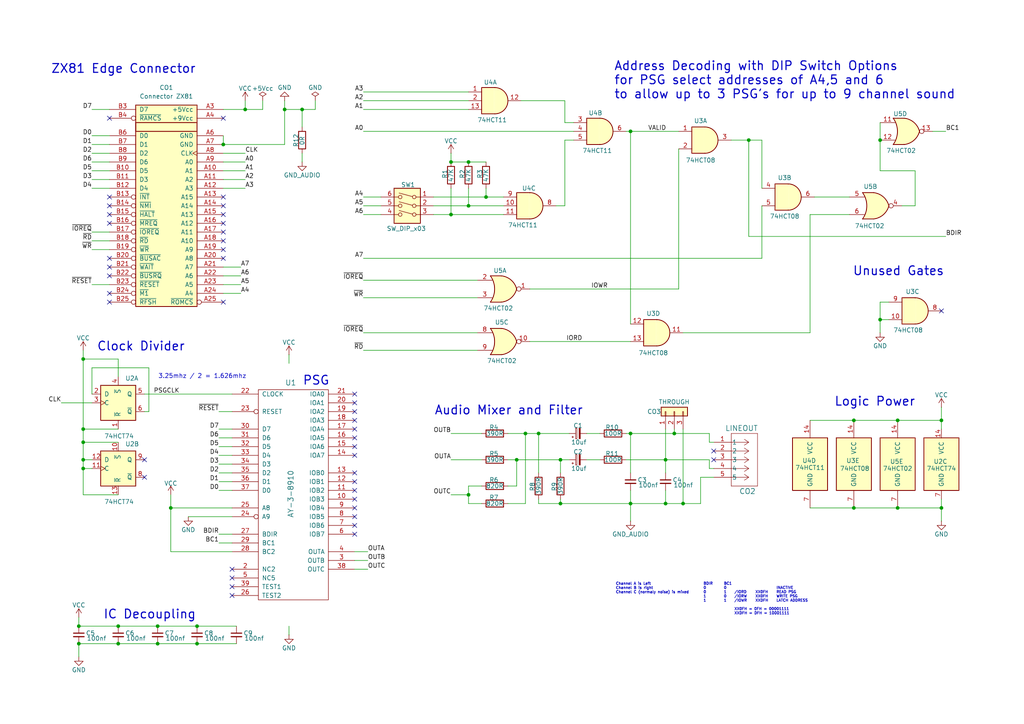
<source format=kicad_sch>
(kicad_sch (version 20250114) (generator "eeschema") (generator_version "9.0")
  (paper "A4")
  (title_block (title "JONZON-X-81") (date "2025-08-01") (rev "1.1"))
  (text "Address Decoding with DIP Switch Options \nfor PSG select addresses of A4,5 and 6 \nto allow up to 3 PSG's for up to 9 channel sound" (at 178.054 23.368 0) (effects (font (size 2.54 2.54) (thickness 0.3175)) (justify left)))
  (text "ZX81 Edge Connector" (at 35.814 20.066 0) (effects (font (size 2.54 2.54) (thickness 0.3175))))
  (text "PSG" (at 91.694 110.49 0) (effects (font (size 2.54 2.54) (thickness 0.3175))))
  (text "IC Decoupling" (at 43.434 178.308 0) (effects (font (size 2.54 2.54) (thickness 0.3175))))
  (text "Clock Divider" (at 40.894 100.584 0) (effects (font (size 2.54 2.54) (thickness 0.3175))))
  (text "Logic Power" (at 253.746 116.586 0) (effects (font (size 2.54 2.54) (thickness 0.3175))))
  (text "Unused Gates" (at 260.604 78.74 0) (effects (font (size 2.54 2.54) (thickness 0.3175))))
  (text "BDIR	BC1\n0		0					INACTIVE\n0		1	/IORD	XX0FH	READ PSG\n1		0	/IORW	XX0FH	WRITE PSG\n1		1	/IOWR	XXDFH	LATCH ADDRESS\n\n			XX0FH = 0FH = 00001111\n			XXDFH = DFH = 10001111" (at 203.962 173.736 0) (effects (font (size 0.762 0.762)) (justify left)))
  (text "Channel A is Left\nChannel B is right\nChannel C (normaly noise) is mixed" (at 178.562 170.688 0) (effects (font (size 0.762 0.762)) (justify left)))
  (text "Audio Mixer and Filter" (at 147.574 119.126 0) (effects (font (size 2.54 2.54) (thickness 0.3175))))
  (text "3.25mhz / 2 = 1.626mhz" (at 58.674 109.22 0) (effects (font (size 1.27 1.27))))
  (junction (at 273.05 147.32))
  (junction (at 140.97 57.15))
  (junction (at 24.13 104.14))
  (junction (at 87.63 31.75))
  (junction (at 260.35 121.92))
  (junction (at 64.77 41.91))
  (junction (at 217.17 40.64))
  (junction (at 193.04 133.35))
  (junction (at 45.72 186.69))
  (junction (at 130.81 46.99))
  (junction (at 260.35 147.32))
  (junction (at 195.58 125.73))
  (junction (at 24.13 124.46))
  (junction (at 71.12 31.75))
  (junction (at 57.15 181.61))
  (junction (at 45.72 181.61))
  (junction (at 149.86 133.35))
  (junction (at 82.55 31.75))
  (junction (at 24.13 133.35))
  (junction (at 135.89 59.69))
  (junction (at 193.04 146.05))
  (junction (at 130.81 62.23))
  (junction (at 182.88 146.05))
  (junction (at 255.27 40.64))
  (junction (at 273.05 121.92))
  (junction (at 182.88 125.73))
  (junction (at 156.21 125.73))
  (junction (at 152.4 125.73))
  (junction (at 57.15 186.69))
  (junction (at 162.56 146.05))
  (junction (at 34.29 181.61))
  (junction (at 247.65 121.92))
  (junction (at 24.13 128.27))
  (junction (at 34.29 186.69))
  (junction (at 255.27 92.71))
  (junction (at 198.12 146.05))
  (junction (at 135.89 143.51))
  (junction (at 162.56 133.35))
  (junction (at 182.88 38.1))
  (junction (at 135.89 46.99))
  (junction (at 247.65 147.32))
  (junction (at 49.53 147.32))
  (junction (at 24.13 135.89))
  (junction (at 22.86 181.61))
  (junction (at 22.86 186.69))
  (no_connect (at 64.77 67.31))
  (no_connect (at 64.77 57.15))
  (no_connect (at 67.31 170.18))
  (no_connect (at 64.77 74.93))
  (no_connect (at 41.91 138.43))
  (no_connect (at 102.87 139.7))
  (no_connect (at 102.87 152.4))
  (no_connect (at 207.01 130.81))
  (no_connect (at 31.75 87.63))
  (no_connect (at 64.77 64.77))
  (no_connect (at 31.75 62.23))
  (no_connect (at 31.75 64.77))
  (no_connect (at 64.77 62.23))
  (no_connect (at 67.31 172.72))
  (no_connect (at 102.87 142.24))
  (no_connect (at 64.77 34.29))
  (no_connect (at 102.87 119.38))
  (no_connect (at 64.77 59.69))
  (no_connect (at 102.87 124.46))
  (no_connect (at 102.87 129.54))
  (no_connect (at 102.87 127))
  (no_connect (at 31.75 85.09))
  (no_connect (at 31.75 80.01))
  (no_connect (at 102.87 121.92))
  (no_connect (at 102.87 149.86))
  (no_connect (at 207.01 133.35))
  (no_connect (at 64.77 72.39))
  (no_connect (at 31.75 77.47))
  (no_connect (at 67.31 165.1))
  (no_connect (at 31.75 34.29))
  (no_connect (at 31.75 57.15))
  (no_connect (at 102.87 137.16))
  (no_connect (at 102.87 144.78))
  (no_connect (at 41.91 133.35))
  (no_connect (at 102.87 154.94))
  (no_connect (at 102.87 132.08))
  (no_connect (at 102.87 116.84))
  (no_connect (at 67.31 167.64))
  (no_connect (at 64.77 69.85))
  (no_connect (at 64.77 87.63))
  (no_connect (at 102.87 147.32))
  (no_connect (at 273.05 90.17))
  (no_connect (at 31.75 74.93))
  (no_connect (at 102.87 114.3))
  (no_connect (at 31.75 59.69))
  (wire (pts (xy 247.65 147.32) (xy 234.95 147.32)))
  (wire (pts (xy 64.77 39.37) (xy 64.77 41.91)))
  (wire (pts (xy 64.77 31.75) (xy 71.12 31.75)))
  (wire (pts (xy 193.04 142.24) (xy 193.04 146.05)))
  (wire (pts (xy 54.61 149.86) (xy 67.31 149.86)))
  (wire (pts (xy 69.85 82.55) (xy 64.77 82.55)))
  (wire (pts (xy 130.81 46.99) (xy 135.89 46.99)))
  (wire (pts (xy 147.32 125.73) (xy 152.4 125.73)))
  (wire (pts (xy 22.86 181.61) (xy 34.29 181.61)))
  (wire (pts (xy 163.83 35.56) (xy 166.37 35.56)))
  (wire (pts (xy 26.67 67.31) (xy 31.75 67.31)))
  (wire (pts (xy 26.67 133.35) (xy 24.13 133.35)))
  (wire (pts (xy 203.2 138.43) (xy 207.01 138.43)))
  (wire (pts (xy 149.86 140.97) (xy 149.86 133.35)))
  (wire (pts (xy 147.32 140.97) (xy 149.86 140.97)))
  (wire (pts (xy 152.4 125.73) (xy 156.21 125.73)))
  (wire (pts (xy 34.29 186.69) (xy 45.72 186.69)))
  (wire (pts (xy 193.04 133.35) (xy 193.04 137.16)))
  (wire (pts (xy 135.89 46.99) (xy 140.97 46.99)))
  (wire (pts (xy 110.49 59.69) (xy 105.41 59.69)))
  (wire (pts (xy 91.44 29.21) (xy 91.44 31.75)))
  (wire (pts (xy 217.17 68.58) (xy 217.17 40.64)))
  (wire (pts (xy 63.5 142.24) (xy 67.31 142.24)))
  (wire (pts (xy 83.82 181.61) (xy 83.82 184.15)))
  (wire (pts (xy 106.68 165.1) (xy 102.87 165.1)))
  (wire (pts (xy 63.5 124.46) (xy 67.31 124.46)))
  (wire (pts (xy 26.67 135.89) (xy 24.13 135.89)))
  (wire (pts (xy 182.88 38.1) (xy 181.61 38.1)))
  (wire (pts (xy 130.81 133.35) (xy 139.7 133.35)))
  (wire (pts (xy 162.56 133.35) (xy 165.1 133.35)))
  (wire (pts (xy 45.72 186.69) (xy 57.15 186.69)))
  (wire (pts (xy 105.41 38.1) (xy 166.37 38.1)))
  (wire (pts (xy 257.81 87.63) (xy 255.27 87.63)))
  (wire (pts (xy 24.13 104.14) (xy 24.13 124.46)))
  (wire (pts (xy 106.68 160.02) (xy 102.87 160.02)))
  (wire (pts (xy 41.91 114.3) (xy 67.31 114.3)))
  (wire (pts (xy 182.88 125.73) (xy 195.58 125.73)))
  (wire (pts (xy 45.72 181.61) (xy 57.15 181.61)))
  (wire (pts (xy 195.58 124.46) (xy 195.58 125.73)))
  (wire (pts (xy 274.32 68.58) (xy 217.17 68.58)))
  (wire (pts (xy 265.43 49.53) (xy 265.43 59.69)))
  (wire (pts (xy 24.13 143.51) (xy 24.13 135.89)))
  (wire (pts (xy 162.56 137.16) (xy 162.56 133.35)))
  (wire (pts (xy 182.88 38.1) (xy 196.85 38.1)))
  (wire (pts (xy 22.86 186.69) (xy 22.86 190.5)))
  (wire (pts (xy 63.5 139.7) (xy 67.31 139.7)))
  (wire (pts (xy 203.2 146.05) (xy 198.12 146.05)))
  (wire (pts (xy 34.29 143.51) (xy 24.13 143.51)))
  (wire (pts (xy 205.74 125.73) (xy 205.74 128.27)))
  (wire (pts (xy 64.77 41.91) (xy 82.55 41.91)))
  (wire (pts (xy 34.29 181.61) (xy 45.72 181.61)))
  (wire (pts (xy 198.12 96.52) (xy 234.95 96.52)))
  (wire (pts (xy 130.81 54.61) (xy 130.81 62.23)))
  (wire (pts (xy 135.89 59.69) (xy 146.05 59.69)))
  (wire (pts (xy 69.85 80.01) (xy 64.77 80.01)))
  (wire (pts (xy 82.55 31.75) (xy 82.55 41.91)))
  (wire (pts (xy 110.49 62.23) (xy 105.41 62.23)))
  (wire (pts (xy 181.61 133.35) (xy 193.04 133.35)))
  (wire (pts (xy 125.73 62.23) (xy 130.81 62.23)))
  (wire (pts (xy 69.85 77.47) (xy 64.77 77.47)))
  (wire (pts (xy 43.18 106.68) (xy 43.18 119.38)))
  (wire (pts (xy 63.5 154.94) (xy 67.31 154.94)))
  (wire (pts (xy 149.86 133.35) (xy 162.56 133.35)))
  (wire (pts (xy 87.63 31.75) (xy 87.63 36.83)))
  (wire (pts (xy 255.27 35.56) (xy 255.27 40.64)))
  (wire (pts (xy 255.27 87.63) (xy 255.27 92.71)))
  (wire (pts (xy 63.5 132.08) (xy 67.31 132.08)))
  (wire (pts (xy 156.21 144.78) (xy 156.21 146.05)))
  (wire (pts (xy 182.88 125.73) (xy 182.88 137.16)))
  (wire (pts (xy 182.88 146.05) (xy 182.88 142.24)))
  (wire (pts (xy 130.81 62.23) (xy 146.05 62.23)))
  (wire (pts (xy 125.73 59.69) (xy 135.89 59.69)))
  (wire (pts (xy 71.12 29.21) (xy 71.12 31.75)))
  (wire (pts (xy 196.85 83.82) (xy 196.85 43.18)))
  (wire (pts (xy 26.67 49.53) (xy 31.75 49.53)))
  (wire (pts (xy 105.41 101.6) (xy 138.43 101.6)))
  (wire (pts (xy 105.41 86.36) (xy 138.43 86.36)))
  (wire (pts (xy 57.15 181.61) (xy 68.58 181.61)))
  (wire (pts (xy 26.67 114.3) (xy 26.67 106.68)))
  (wire (pts (xy 220.98 74.93) (xy 220.98 59.69)))
  (wire (pts (xy 156.21 146.05) (xy 162.56 146.05)))
  (wire (pts (xy 182.88 38.1) (xy 182.88 93.98)))
  (wire (pts (xy 198.12 124.46) (xy 198.12 146.05)))
  (wire (pts (xy 63.5 134.62) (xy 67.31 134.62)))
  (wire (pts (xy 236.22 57.15) (xy 246.38 57.15)))
  (wire (pts (xy 105.41 29.21) (xy 135.89 29.21)))
  (wire (pts (xy 105.41 74.93) (xy 220.98 74.93)))
  (wire (pts (xy 273.05 121.92) (xy 260.35 121.92)))
  (wire (pts (xy 105.41 26.67) (xy 135.89 26.67)))
  (wire (pts (xy 34.29 104.14) (xy 34.29 109.22)))
  (wire (pts (xy 26.67 41.91) (xy 31.75 41.91)))
  (wire (pts (xy 130.81 44.45) (xy 130.81 46.99)))
  (wire (pts (xy 49.53 147.32) (xy 49.53 160.02)))
  (wire (pts (xy 24.13 135.89) (xy 24.13 133.35)))
  (wire (pts (xy 273.05 118.11) (xy 273.05 121.92)))
  (wire (pts (xy 193.04 146.05) (xy 198.12 146.05)))
  (wire (pts (xy 205.74 128.27) (xy 207.01 128.27)))
  (wire (pts (xy 49.53 160.02) (xy 67.31 160.02)))
  (wire (pts (xy 130.81 143.51) (xy 135.89 143.51)))
  (wire (pts (xy 63.5 119.38) (xy 67.31 119.38)))
  (wire (pts (xy 125.73 57.15) (xy 140.97 57.15)))
  (wire (pts (xy 71.12 49.53) (xy 64.77 49.53)))
  (wire (pts (xy 205.74 133.35) (xy 193.04 133.35)))
  (wire (pts (xy 26.67 54.61) (xy 31.75 54.61)))
  (wire (pts (xy 147.32 146.05) (xy 152.4 146.05)))
  (wire (pts (xy 34.29 124.46) (xy 24.13 124.46)))
  (wire (pts (xy 17.78 116.84) (xy 26.67 116.84)))
  (wire (pts (xy 83.82 102.87) (xy 83.82 105.41)))
  (wire (pts (xy 87.63 31.75) (xy 91.44 31.75)))
  (wire (pts (xy 193.04 124.46) (xy 193.04 133.35)))
  (wire (pts (xy 24.13 128.27) (xy 24.13 133.35)))
  (wire (pts (xy 247.65 147.32) (xy 260.35 147.32)))
  (wire (pts (xy 63.5 137.16) (xy 67.31 137.16)))
  (wire (pts (xy 69.85 85.09) (xy 64.77 85.09)))
  (wire (pts (xy 71.12 54.61) (xy 64.77 54.61)))
  (wire (pts (xy 26.67 52.07) (xy 31.75 52.07)))
  (wire (pts (xy 71.12 52.07) (xy 64.77 52.07)))
  (wire (pts (xy 182.88 146.05) (xy 182.88 151.13)))
  (wire (pts (xy 82.55 31.75) (xy 87.63 31.75)))
  (wire (pts (xy 156.21 125.73) (xy 165.1 125.73)))
  (wire (pts (xy 161.29 59.69) (xy 163.83 59.69)))
  (wire (pts (xy 71.12 46.99) (xy 64.77 46.99)))
  (wire (pts (xy 26.67 72.39) (xy 31.75 72.39)))
  (wire (pts (xy 26.67 31.75) (xy 31.75 31.75)))
  (wire (pts (xy 220.98 40.64) (xy 217.17 40.64)))
  (wire (pts (xy 163.83 40.64) (xy 166.37 40.64)))
  (wire (pts (xy 135.89 140.97) (xy 135.89 143.51)))
  (wire (pts (xy 26.67 106.68) (xy 43.18 106.68)))
  (wire (pts (xy 163.83 59.69) (xy 163.83 40.64)))
  (wire (pts (xy 273.05 144.78) (xy 273.05 147.32)))
  (wire (pts (xy 105.41 31.75) (xy 135.89 31.75)))
  (wire (pts (xy 153.67 99.06) (xy 182.88 99.06)))
  (wire (pts (xy 170.18 125.73) (xy 173.99 125.73)))
  (wire (pts (xy 26.67 39.37) (xy 31.75 39.37)))
  (wire (pts (xy 234.95 121.92) (xy 247.65 121.92)))
  (wire (pts (xy 105.41 96.52) (xy 138.43 96.52)))
  (wire (pts (xy 273.05 147.32) (xy 273.05 151.13)))
  (wire (pts (xy 135.89 54.61) (xy 135.89 59.69)))
  (wire (pts (xy 181.61 125.73) (xy 182.88 125.73)))
  (wire (pts (xy 76.2 29.21) (xy 76.2 31.75)))
  (wire (pts (xy 140.97 54.61) (xy 140.97 57.15)))
  (wire (pts (xy 203.2 138.43) (xy 203.2 146.05)))
  (wire (pts (xy 63.5 127) (xy 67.31 127)))
  (wire (pts (xy 82.55 29.21) (xy 82.55 31.75)))
  (wire (pts (xy 255.27 92.71) (xy 257.81 92.71)))
  (wire (pts (xy 274.32 38.1) (xy 270.51 38.1)))
  (wire (pts (xy 234.95 62.23) (xy 246.38 62.23)))
  (wire (pts (xy 207.01 135.89) (xy 205.74 135.89)))
  (wire (pts (xy 162.56 146.05) (xy 182.88 146.05)))
  (wire (pts (xy 234.95 96.52) (xy 234.95 62.23)))
  (wire (pts (xy 63.5 129.54) (xy 67.31 129.54)))
  (wire (pts (xy 110.49 57.15) (xy 105.41 57.15)))
  (wire (pts (xy 34.29 186.69) (xy 22.86 186.69)))
  (wire (pts (xy 57.15 186.69) (xy 68.58 186.69)))
  (wire (pts (xy 255.27 92.71) (xy 255.27 96.52)))
  (wire (pts (xy 220.98 54.61) (xy 220.98 40.64)))
  (wire (pts (xy 156.21 125.73) (xy 156.21 137.16)))
  (wire (pts (xy 105.41 81.28) (xy 138.43 81.28)))
  (wire (pts (xy 24.13 128.27) (xy 34.29 128.27)))
  (wire (pts (xy 153.67 83.82) (xy 196.85 83.82)))
  (wire (pts (xy 152.4 146.05) (xy 152.4 125.73)))
  (wire (pts (xy 163.83 29.21) (xy 163.83 35.56)))
  (wire (pts (xy 22.86 179.07) (xy 22.86 181.61)))
  (wire (pts (xy 205.74 135.89) (xy 205.74 133.35)))
  (wire (pts (xy 135.89 146.05) (xy 139.7 146.05)))
  (wire (pts (xy 24.13 124.46) (xy 24.13 128.27)))
  (wire (pts (xy 273.05 124.46) (xy 273.05 121.92)))
  (wire (pts (xy 170.18 133.35) (xy 173.99 133.35)))
  (wire (pts (xy 182.88 146.05) (xy 193.04 146.05)))
  (wire (pts (xy 63.5 157.48) (xy 67.31 157.48)))
  (wire (pts (xy 217.17 40.64) (xy 212.09 40.64)))
  (wire (pts (xy 26.67 69.85) (xy 31.75 69.85)))
  (wire (pts (xy 43.18 119.38) (xy 41.91 119.38)))
  (wire (pts (xy 24.13 101.6) (xy 24.13 104.14)))
  (wire (pts (xy 49.53 143.51) (xy 49.53 147.32)))
  (wire (pts (xy 265.43 59.69) (xy 261.62 59.69)))
  (wire (pts (xy 130.81 125.73) (xy 139.7 125.73)))
  (wire (pts (xy 24.13 104.14) (xy 34.29 104.14)))
  (wire (pts (xy 247.65 121.92) (xy 260.35 121.92)))
  (wire (pts (xy 26.67 46.99) (xy 31.75 46.99)))
  (wire (pts (xy 26.67 44.45) (xy 31.75 44.45)))
  (wire (pts (xy 147.32 133.35) (xy 149.86 133.35)))
  (wire (pts (xy 71.12 44.45) (xy 64.77 44.45)))
  (wire (pts (xy 26.67 82.55) (xy 31.75 82.55)))
  (wire (pts (xy 255.27 40.64) (xy 255.27 49.53)))
  (wire (pts (xy 255.27 49.53) (xy 265.43 49.53)))
  (wire (pts (xy 151.13 29.21) (xy 163.83 29.21)))
  (wire (pts (xy 135.89 146.05) (xy 135.89 143.51)))
  (wire (pts (xy 87.63 44.45) (xy 87.63 46.99)))
  (wire (pts (xy 106.68 162.56) (xy 102.87 162.56)))
  (wire (pts (xy 140.97 57.15) (xy 146.05 57.15)))
  (wire (pts (xy 273.05 147.32) (xy 260.35 147.32)))
  (wire (pts (xy 195.58 125.73) (xy 205.74 125.73)))
  (wire (pts (xy 139.7 140.97) (xy 135.89 140.97)))
  (wire (pts (xy 76.2 31.75) (xy 71.12 31.75)))
  (wire (pts (xy 49.53 147.32) (xy 67.31 147.32)))
  (wire (pts (xy 162.56 144.78) (xy 162.56 146.05)))
  (label "BC1" (at 63.5 157.48 180))
  (label "D4" (at 63.5 132.08 180))
  (label "IORD" (at 168.91 99.06 180))
  (label "D5" (at 26.67 49.53 180))
  (label "A7" (at 105.41 74.93 180))
  (label "BC1" (at 274.32 38.1 0))
  (label "~{IOREQ}" (at 105.41 81.28 180))
  (label "A3" (at 105.41 26.67 180))
  (label "A3" (at 71.12 54.61 0))
  (label "OUTB" (at 106.68 162.56 0))
  (label "~{RD}" (at 105.41 101.6 180))
  (label "D2" (at 26.67 44.45 180))
  (label "CLK" (at 71.12 44.45 0))
  (label "A2" (at 71.12 52.07 0))
  (label "D0" (at 63.5 142.24 180))
  (label "~{IOREQ}" (at 105.41 96.52 180))
  (label "~{WR}" (at 105.41 86.36 180))
  (label "A4" (at 69.85 85.09 0))
  (label "OUTC" (at 106.68 165.1 0))
  (label "OUTA" (at 130.81 133.35 180))
  (label "A2" (at 105.41 29.21 180))
  (label "A4" (at 105.41 57.15 180))
  (label "D3" (at 63.5 134.62 180))
  (label "D6" (at 26.67 46.99 180))
  (label "A1" (at 105.41 31.75 180))
  (label "A5" (at 105.41 59.69 180))
  (label "OUTC" (at 130.81 143.51 180))
  (label "A0" (at 105.41 38.1 180))
  (label "A6" (at 105.41 62.23 180))
  (label "OUTB" (at 130.81 125.73 180))
  (label "D4" (at 26.67 54.61 180))
  (label "A0" (at 71.12 46.99 0))
  (label "A1" (at 71.12 49.53 0))
  (label "~{WR}" (at 26.67 72.39 180))
  (label "IOWR" (at 171.45 83.82 0))
  (label "PSGCLK" (at 52.07 114.3 180))
  (label "D7" (at 63.5 124.46 180))
  (label "D5" (at 63.5 129.54 180))
  (label "CLK" (at 17.78 116.84 180))
  (label "D1" (at 63.5 139.7 180))
  (label "~{RD}" (at 26.67 69.85 180))
  (label "OUTA" (at 106.68 160.02 0))
  (label "~{RESET}" (at 63.5 119.38 180))
  (label "D6" (at 63.5 127 180))
  (label "D2" (at 63.5 137.16 180))
  (label "~{IOREQ}" (at 26.67 67.31 180))
  (label "BDIR" (at 63.5 154.94 180))
  (label "A6" (at 69.85 80.01 0))
  (label "~{RESET}" (at 26.67 82.55 180))
  (label "D1" (at 26.67 41.91 180))
  (label "D0" (at 26.67 39.37 180))
  (label "A7" (at 69.85 77.47 0))
  (label "D7" (at 26.67 31.75 180))
  (label "BDIR" (at 274.32 68.58 0))
  (label "VALID" (at 187.96 38.1 0))
  (label "D3" (at 26.67 52.07 180))
  (label "A5" (at 69.85 82.55 0))
  (symbol (lib_id "74xx:74HCT74") (at 34.29 135.89 0) (unit 2)
    (property "Reference" "U2" (at 36.322 128.778 0) (effects (justify left)))
    (property "Value" "74HCT74" (at 30.226 145.542 0) (effects (justify left)))
    (property "Footprint" "Package_DIP:DIP-14_W10.16mm_LongPads" (effects (hide yes)))
    (property "Datasheet" "https://assets.nexperia.com/documents/data-sheet/74HC_HCT74.pdf" (effects (hide yes)))
    (property "Description" "Dual D Flip-flop, Set & Reset" (effects (hide yes)))
  )
  (symbol (lib_id "74xx:74LS08") (at 265.43 90.17 0) (unit 3)
    (property "Reference" "U3" (at 264.668 84.582 0))
    (property "Value" "74HCT08" (at 263.398 95.758 0))
    (property "Footprint" "Package_DIP:DIP-14_W10.16mm_LongPads" (effects (hide yes)))
    (property "Datasheet" "http://www.ti.com/lit/gpn/sn74LS08" (effects (hide yes)))
    (property "Description" "Quad And2" (effects (hide yes)))
  )
  (symbol (lib_id "Device:C_Polarized_Small") (at 167.64 133.35 90) (unit 1)
    (property "Reference" "C2" (at 167.64 131.064 90))
    (property "Value" "10uf" (at 167.894 135.89 90))
    (property "Footprint" "Capacitor_THT:CP_Radial_D5.0mm_P2.00mm" (effects (hide yes)))
    (property "Description" "Polarized capacitor, small symbol" (effects (hide yes)))
  )
  (symbol (lib_name "R_5") (lib_id "Device:R") (at 177.8 133.35 90) (unit 1)
    (property "Reference" "R11" (at 177.546 131.572 90))
    (property "Value" "100R" (at 177.8 133.35 90))
    (property "Footprint" "Resistor_THT:R_Axial_DIN0207_L6.3mm_D2.5mm_P7.62mm_Horizontal" (effects (hide yes)))
    (property "Description" "Resistor" (effects (hide yes)))
  )
  (symbol (lib_id "74xx:74LS08") (at 228.6 57.15 0) (unit 2)
    (property "Reference" "U3" (at 227.584 51.562 0))
    (property "Value" "74HCT08" (at 227.584 62.738 0))
    (property "Footprint" "Package_DIP:DIP-14_W10.16mm_LongPads" (effects (hide yes)))
    (property "Datasheet" "http://www.ti.com/lit/gpn/sn74LS08" (effects (hide yes)))
    (property "Description" "Quad And2" (effects (hide yes)))
  )
  (symbol (lib_id "74xx:74LS02") (at 260.35 134.62 0) (unit 5)
    (property "Reference" "U5" (at 260.096 133.858 0))
    (property "Value" "74HCT02" (at 260.35 135.89 0))
    (property "Footprint" "Package_DIP:DIP-14_W10.16mm_LongPads" (effects (hide yes)))
    (property "Datasheet" "http://www.ti.com/lit/gpn/sn74ls02" (effects (hide yes)))
    (property "Description" "quad 2-input NOR gate" (effects (hide yes)))
  )
  (symbol (lib_id "ay-3-8910:AY-3-8910") (at 85.09 143.51 0) (unit 1)
    (property "Reference" "U1" (at 84.328 110.998 0) (effects (font (size 1.524 1.524))))
    (property "Value" "AY-3-8910" (at 84.328 143.256 90) (effects (font (size 1.524 1.524))))
    (property "Footprint" "Package_DIP:DIP-40_W15.24mm_LongPads" (effects (hide yes)))
  )
  (symbol (lib_id "power:VCC") (at 273.05 118.11 0) (unit 1)
    (property "Reference" "#PWR013" (effects (hide yes)))
    (property "Value" "VCC" (at 273.05 114.554 0))
    (property "Description" "Power symbol creates a global label with name \"VCC\"" (effects (hide yes)))
  )
  (symbol (lib_name "R_6") (lib_id "Device:R") (at 143.51 133.35 90) (unit 1)
    (property "Reference" "R5" (at 143.256 131.572 90))
    (property "Value" "390R" (at 143.51 133.35 90))
    (property "Footprint" "Resistor_THT:R_Axial_DIN0207_L6.3mm_D2.5mm_P7.62mm_Horizontal" (effects (hide yes)))
    (property "Description" "Resistor" (effects (hide yes)))
  )
  (symbol (lib_id "power:GND") (at 82.55 29.21 0) (mirror x) (unit 1)
    (property "Reference" "#PWR08" (effects (hide yes)))
    (property "Value" "GND" (at 82.55 25.4 0))
    (property "Description" "Power symbol creates a global label with name \"GND\" , ground" (effects (hide yes)))
  )
  (symbol (lib_id "74xx:74LS11") (at 153.67 59.69 0) (unit 3)
    (property "Reference" "U4" (at 153.416 54.61 0))
    (property "Value" "74HCT11" (at 151.638 65.278 0))
    (property "Footprint" "Package_DIP:DIP-14_W10.16mm_LongPads" (effects (hide yes)))
    (property "Datasheet" "http://www.ti.com/lit/gpn/sn74LS11" (effects (hide yes)))
    (property "Description" "Triple 3-input AND" (effects (hide yes)))
  )
  (symbol (lib_id "74xx:74LS08") (at 190.5 96.52 0) (unit 4)
    (property "Reference" "U3" (at 189.484 90.932 0))
    (property "Value" "74HCT08" (at 189.484 102.362 0))
    (property "Footprint" "Package_DIP:DIP-14_W10.16mm_LongPads" (effects (hide yes)))
    (property "Datasheet" "http://www.ti.com/lit/gpn/sn74LS08" (effects (hide yes)))
    (property "Description" "Quad And2" (effects (hide yes)))
  )
  (symbol (lib_id "power:VCC") (at 71.12 29.21 0) (unit 1)
    (property "Reference" "#PWR07" (effects (hide yes)))
    (property "Value" "VCC" (at 71.12 25.654 0))
    (property "Description" "Power symbol creates a global label with name \"VCC\"" (effects (hide yes)))
  )
  (symbol (lib_id "power:GND") (at 182.88 151.13 0) (unit 1)
    (property "Reference" "#PWR09" (effects (hide yes)))
    (property "Value" "GND_AUDIO" (at 182.88 154.94 0))
    (property "Description" "Power symbol creates a global label with name \"GND\" , ground" (effects (hide yes)))
  )
  (symbol (lib_id "74xx:74HCT74") (at 34.29 116.84 0) (unit 1)
    (property "Reference" "U2" (at 36.322 109.728 0) (effects (justify left)))
    (property "Value" "74HCT74" (at 30.226 126.492 0) (effects (justify left)))
    (property "Footprint" "Package_DIP:DIP-14_W10.16mm_LongPads" (effects (hide yes)))
    (property "Datasheet" "https://assets.nexperia.com/documents/data-sheet/74HC_HCT74.pdf" (effects (hide yes)))
    (property "Description" "Dual D Flip-flop, Set & Reset" (effects (hide yes)))
  )
  (symbol (lib_id "power:GND") (at 87.63 46.99 0) (unit 1)
    (property "Reference" "#PWR014" (effects (hide yes)))
    (property "Value" "GND_AUDIO" (at 87.63 50.8 0))
    (property "Description" "Power symbol creates a global label with name \"GND\" , ground" (effects (hide yes)))
  )
  (symbol (lib_id "power:GND") (at 273.05 151.13 0) (unit 1)
    (property "Reference" "#PWR012" (effects (hide yes)))
    (property "Value" "GND" (at 273.05 154.94 0))
    (property "Description" "Power symbol creates a global label with name \"GND\" , ground" (effects (hide yes)))
  )
  (symbol (lib_id "power:VCC") (at 49.53 143.51 0) (unit 1)
    (property "Reference" "#PWR03" (effects (hide yes)))
    (property "Value" "VCC" (at 49.53 140.208 0))
    (property "Description" "Power symbol creates a global label with name \"VCC\"" (effects (hide yes)))
  )
  (symbol (lib_name "R_7") (lib_id "Device:R") (at 156.21 140.97 0) (unit 1)
    (property "Reference" "R8" (at 154.432 142.494 90) (effects (justify left)))
    (property "Value" "390R" (at 156.21 143.51 90) (effects (justify left)))
    (property "Footprint" "Resistor_THT:R_Axial_DIN0207_L6.3mm_D2.5mm_P7.62mm_Horizontal" (effects (hide yes)))
    (property "Description" "Resistor" (effects (hide yes)))
  )
  (symbol (lib_name "R_5") (lib_id "Device:R") (at 177.8 125.73 90) (unit 1)
    (property "Reference" "R10" (at 177.546 123.952 90))
    (property "Value" "100R" (at 177.8 125.73 90))
    (property "Footprint" "Resistor_THT:R_Axial_DIN0207_L6.3mm_D2.5mm_P7.62mm_Horizontal" (effects (hide yes)))
    (property "Description" "Resistor" (effects (hide yes)))
  )
  (symbol (lib_id "74xx:74LS02") (at 146.05 83.82 0) (unit 1)
    (property "Reference" "U5" (at 145.034 78.486 0))
    (property "Value" "74HCT02" (at 144.526 89.408 0))
    (property "Footprint" "Package_DIP:DIP-14_W10.16mm_LongPads" (effects (hide yes)))
    (property "Datasheet" "http://www.ti.com/lit/gpn/sn74ls02" (effects (hide yes)))
    (property "Description" "quad 2-input NOR gate" (effects (hide yes)))
  )
  (symbol (lib_id "power:PWR_FLAG") (at 91.44 29.21 0) (unit 1)
    (property "Reference" "#FLG03" (effects (hide yes)))
    (property "Value" "GND" (at 91.44 25.4 0))
    (property "Description" "Special symbol for telling ERC where power comes from" (effects (hide yes)))
  )
  (symbol (lib_id "Device:R") (at 130.81 50.8 0) (unit 1)
    (property "Reference" "R1" (at 129.032 51.816 90) (effects (justify left)))
    (property "Value" "47K" (at 130.81 52.832 90) (effects (justify left)))
    (property "Footprint" "Resistor_THT:R_Axial_DIN0207_L6.3mm_D2.5mm_P7.62mm_Horizontal" (effects (hide yes)))
    (property "Description" "Resistor" (effects (hide yes)))
  )
  (symbol (lib_id "power:GND") (at 255.27 96.52 0) (unit 1)
    (property "Reference" "#PWR04" (effects (hide yes)))
    (property "Value" "GND" (at 255.27 100.33 0))
    (property "Description" "Power symbol creates a global label with name \"GND\" , ground" (effects (hide yes)))
  )
  (symbol (lib_name "R_4") (lib_id "Device:R") (at 143.51 140.97 270) (unit 1)
    (property "Reference" "R6" (at 143.256 139.192 90))
    (property "Value" "820R" (at 143.51 140.97 90))
    (property "Footprint" "Resistor_THT:R_Axial_DIN0207_L6.3mm_D2.5mm_P7.62mm_Horizontal" (effects (hide yes)))
    (property "Description" "Resistor" (effects (hide yes)))
  )
  (symbol (lib_id "power:GND") (at 22.86 190.5 0) (unit 1)
    (property "Reference" "#PWR02" (effects (hide yes)))
    (property "Value" "GND" (at 22.86 194.31 0))
    (property "Description" "Power symbol creates a global label with name \"GND\" , ground" (effects (hide yes)))
  )
  (symbol (lib_name "R_8") (lib_id "Device:R") (at 162.56 140.97 0) (unit 1)
    (property "Reference" "R9" (at 160.782 142.494 90) (effects (justify left)))
    (property "Value" "390R" (at 162.56 143.51 90) (effects (justify left)))
    (property "Footprint" "Resistor_THT:R_Axial_DIN0207_L6.3mm_D2.5mm_P7.62mm_Horizontal" (effects (hide yes)))
    (property "Description" "Resistor" (effects (hide yes)))
  )
  (symbol (lib_id "Device:R") (at 87.63 40.64 0) (unit 1)
    (property "Reference" "R12" (at 85.852 42.672 90) (effects (justify left)))
    (property "Value" "0R" (at 87.63 42.164 90) (effects (justify left)))
    (property "Footprint" "Resistor_THT:R_Axial_DIN0207_L6.3mm_D2.5mm_P7.62mm_Horizontal" (effects (hide yes)))
    (property "Description" "Resistor" (effects (hide yes)))
  )
  (symbol (lib_id "AudioJack:SPC21348") (at 207.01 128.27 0) (unit 1)
    (property "Reference" "CO2" (at 214.376 142.494 0) (effects (font (size 1.524 1.524)) (justify left)))
    (property "Value" "LINEOUT" (at 210.312 124.206 0) (effects (font (size 1.524 1.524)) (justify left)))
    (property "Footprint" "AudioJack:CONN5_SPC21348_MTC" (effects (hide yes)))
    (property "Datasheet" "SPC21348" (effects (hide yes)))
  )
  (symbol (lib_id "74xx:74LS08") (at 247.65 134.62 0) (unit 5)
    (property "Reference" "U3" (at 247.396 133.604 0))
    (property "Value" "74HCT08" (at 247.904 135.89 0))
    (property "Footprint" "Package_DIP:DIP-14_W10.16mm_LongPads" (effects (hide yes)))
    (property "Datasheet" "http://www.ti.com/lit/gpn/sn74LS08" (effects (hide yes)))
    (property "Description" "Quad And2" (effects (hide yes)))
  )
  (symbol (lib_id "Device:C_Polarized_Small") (at 167.64 125.73 90) (unit 1)
    (property "Reference" "C1" (at 167.64 123.444 90))
    (property "Value" "10uf" (at 167.894 128.27 90))
    (property "Footprint" "Capacitor_THT:CP_Radial_D5.0mm_P2.00mm" (effects (hide yes)))
    (property "Description" "Polarized capacitor, small symbol" (effects (hide yes)))
  )
  (symbol (lib_id "Connector_Generic:Conn_01x03") (at 195.58 119.38 90) (unit 1)
    (property "Reference" "CO3" (at 187.706 119.38 90) (effects (justify right)))
    (property "Value" "THROUGH" (at 191.008 116.586 90) (effects (justify right)))
    (property "Footprint" "Connector_PinHeader_2.54mm:PinHeader_1x03_P2.54mm_Vertical" (effects (hide yes)))
    (property "Description" "Generic connector, single row, 01x03, script generated (kicad-library-utils/schlib/autogen/connector/)" (effects (hide yes)))
  )
  (symbol (lib_id "power:VCC") (at 22.86 179.07 0) (unit 1)
    (property "Reference" "#PWR01" (effects (hide yes)))
    (property "Value" "VCC" (at 22.86 175.514 0))
    (property "Description" "Power symbol creates a global label with name \"VCC\"" (effects (hide yes)))
  )
  (symbol (lib_id "power:PWR_FLAG") (at 76.2 29.21 0) (unit 1)
    (property "Reference" "#FLG04" (effects (hide yes)))
    (property "Value" "+5Vcc" (at 76.2 25.654 0))
    (property "Description" "Special symbol for telling ERC where power comes from" (effects (hide yes)))
  )
  (symbol (lib_id "Switch:SW_DIP_x03") (at 118.11 59.69 0) (mirror y) (unit 1)
    (property "Reference" "SW1" (at 118.364 53.594 0))
    (property "Value" "SW_DIP_x03" (at 117.856 66.294 0))
    (property "Footprint" "Button_Switch_THT:SW_DIP_SPSTx03_Slide_9.78x9.8mm_W7.62mm_P2.54mm" (effects (hide yes)))
    (property "Description" "3x DIP Switch, Single Pole Single Throw (SPST) switch, small symbol" (effects (hide yes)))
  )
  (symbol (lib_id "power:VCC") (at 130.81 44.45 0) (unit 1)
    (property "Reference" "#PWR06" (effects (hide yes)))
    (property "Value" "VCC" (at 130.81 40.894 0))
    (property "Description" "Power symbol creates a global label with name \"VCC\"" (effects (hide yes)))
  )
  (symbol (lib_id "74xx:74LS11") (at 234.95 134.62 0) (unit 4)
    (property "Reference" "U4" (at 234.696 133.604 0))
    (property "Value" "74HCT11" (at 234.95 135.636 0))
    (property "Footprint" "Package_DIP:DIP-14_W10.16mm_LongPads" (effects (hide yes)))
    (property "Datasheet" "http://www.ti.com/lit/gpn/sn74LS11" (effects (hide yes)))
    (property "Description" "Triple 3-input AND" (effects (hide yes)))
  )
  (symbol (lib_id "74xx:74LS02") (at 262.89 38.1 0) (unit 4)
    (property "Reference" "U5" (at 261.112 33.02 0))
    (property "Value" "74HCT02" (at 261.366 43.688 0))
    (property "Footprint" "Package_DIP:DIP-14_W10.16mm_LongPads" (effects (hide yes)))
    (property "Datasheet" "http://www.ti.com/lit/gpn/sn74ls02" (effects (hide yes)))
    (property "Description" "quad 2-input NOR gate" (effects (hide yes)))
  )
  (symbol (lib_id "Device:C_Small") (at 68.58 184.15 0) (unit 1)
    (property "Reference" "C9" (at 70.612 183.642 0) (effects (justify left)))
    (property "Value" "100nf" (at 70.866 185.166 0) (effects (justify left)))
    (property "Footprint" "Capacitor_THT:C_Disc_D3.0mm_W1.6mm_P2.50mm" (effects (hide yes)))
    (property "Description" "Unpolarized capacitor, small symbol" (effects (hide yes)))
  )
  (symbol (lib_id "74xx:74LS02") (at 254 59.69 0) (unit 2)
    (property "Reference" "U5" (at 252.476 54.102 0))
    (property "Value" "74HCT02" (at 252.222 65.532 0))
    (property "Footprint" "Package_DIP:DIP-14_W10.16mm_LongPads" (effects (hide yes)))
    (property "Datasheet" "http://www.ti.com/lit/gpn/sn74ls02" (effects (hide yes)))
    (property "Description" "quad 2-input NOR gate" (effects (hide yes)))
  )
  (symbol (lib_name "R_5") (lib_id "Device:R") (at 143.51 125.73 90) (unit 1)
    (property "Reference" "R4" (at 143.256 123.952 90))
    (property "Value" "390R" (at 143.51 125.73 90))
    (property "Footprint" "Resistor_THT:R_Axial_DIN0207_L6.3mm_D2.5mm_P7.62mm_Horizontal" (effects (hide yes)))
    (property "Description" "Resistor" (effects (hide yes)))
  )
  (symbol (lib_id "74xx:74LS08") (at 204.47 40.64 0) (unit 1)
    (property "Reference" "U3" (at 203.2 35.052 0))
    (property "Value" "74HCT08" (at 203.2 46.482 0))
    (property "Footprint" "Package_DIP:DIP-14_W10.16mm_LongPads" (effects (hide yes)))
    (property "Datasheet" "http://www.ti.com/lit/gpn/sn74LS08" (effects (hide yes)))
    (property "Description" "Quad And2" (effects (hide yes)))
  )
  (symbol (lib_id "74xx:74HCT74") (at 273.05 134.62 0) (unit 3)
    (property "Reference" "U2" (at 270.764 133.858 0) (effects (justify left)))
    (property "Value" "74HCT74" (at 268.732 135.89 0) (effects (justify left)))
    (property "Footprint" "Package_DIP:DIP-14_W10.16mm_LongPads" (effects (hide yes)))
    (property "Datasheet" "https://assets.nexperia.com/documents/data-sheet/74HC_HCT74.pdf" (effects (hide yes)))
    (property "Description" "Dual D Flip-flop, Set & Reset" (effects (hide yes)))
  )
  (symbol (lib_id "Device:C_Small") (at 182.88 139.7 0) (unit 1)
    (property "Reference" "C3" (at 184.912 139.192 0) (effects (justify left)))
    (property "Value" "100nf" (at 185.166 140.716 0) (effects (justify left)))
    (property "Footprint" "Capacitor_THT:C_Disc_D3.0mm_W1.6mm_P2.50mm" (effects (hide yes)))
    (property "Description" "Unpolarized capacitor, small symbol" (effects (hide yes)))
  )
  (symbol (lib_name "R_3") (lib_id "Device:R") (at 143.51 146.05 270) (unit 1)
    (property "Reference" "R7" (at 143.256 144.272 90))
    (property "Value" "820R" (at 143.51 146.05 90))
    (property "Footprint" "Resistor_THT:R_Axial_DIN0207_L6.3mm_D2.5mm_P7.62mm_Horizontal" (effects (hide yes)))
    (property "Description" "Resistor" (effects (hide yes)))
  )
  (symbol (lib_id "Device:C_Small") (at 193.04 139.7 0) (unit 1)
    (property "Reference" "C4" (at 195.072 139.192 0) (effects (justify left)))
    (property "Value" "100nf" (at 195.326 140.716 0) (effects (justify left)))
    (property "Footprint" "Capacitor_THT:C_Disc_D3.0mm_W1.6mm_P2.50mm" (effects (hide yes)))
    (property "Description" "Unpolarized capacitor, small symbol" (effects (hide yes)))
  )
  (symbol (lib_id "Device:R") (at 135.89 50.8 0) (unit 1)
    (property "Reference" "R2" (at 134.112 51.816 90) (effects (justify left)))
    (property "Value" "47K" (at 135.89 52.832 90) (effects (justify left)))
    (property "Footprint" "Resistor_THT:R_Axial_DIN0207_L6.3mm_D2.5mm_P7.62mm_Horizontal" (effects (hide yes)))
    (property "Description" "Resistor" (effects (hide yes)))
  )
  (symbol (lib_id "power:GND") (at 54.61 149.86 0) (unit 1)
    (property "Reference" "#PWR015" (effects (hide yes)))
    (property "Value" "GND" (at 54.61 153.67 0))
    (property "Description" "Power symbol creates a global label with name \"GND\" , ground" (effects (hide yes)))
  )
  (symbol (lib_id "Device:C_Small") (at 22.86 184.15 0) (unit 1)
    (property "Reference" "C5" (at 24.892 183.642 0) (effects (justify left)))
    (property "Value" "100nf" (at 25.146 185.166 0) (effects (justify left)))
    (property "Footprint" "Capacitor_THT:C_Disc_D3.0mm_W1.6mm_P2.50mm" (effects (hide yes)))
    (property "Description" "Unpolarized capacitor, small symbol" (effects (hide yes)))
  )
  (symbol (lib_id "power:VCC") (at 24.13 101.6 0) (unit 1)
    (property "Reference" "#PWR05" (effects (hide yes)))
    (property "Value" "VCC" (at 24.13 98.044 0))
    (property "Description" "Power symbol creates a global label with name \"VCC\"" (effects (hide yes)))
  )
  (symbol (lib_id "connector zx81:Connector ZX81") (at 48.26 60.96 0) (unit 1)
    (property "Reference" "CO1" (at 48.26 25.4 0))
    (property "Value" "Connector ZX81" (at 48.26 27.94 0))
    (property "Footprint" "ZX81_FOOTPRINT:EDGE ZX81 TOP" (effects (hide yes)))
  )
  (symbol (lib_id "Device:C_Small") (at 34.29 184.15 0) (unit 1)
    (property "Reference" "C6" (at 36.322 183.642 0) (effects (justify left)))
    (property "Value" "100nf" (at 36.576 185.166 0) (effects (justify left)))
    (property "Footprint" "Capacitor_THT:C_Disc_D3.0mm_W1.6mm_P2.50mm" (effects (hide yes)))
    (property "Description" "Unpolarized capacitor, small symbol" (effects (hide yes)))
  )
  (symbol (lib_id "Device:R") (at 140.97 50.8 0) (unit 1)
    (property "Reference" "R3" (at 139.192 51.816 90) (effects (justify left)))
    (property "Value" "47K" (at 140.97 52.832 90) (effects (justify left)))
    (property "Footprint" "Resistor_THT:R_Axial_DIN0207_L6.3mm_D2.5mm_P7.62mm_Horizontal" (effects (hide yes)))
    (property "Description" "Resistor" (effects (hide yes)))
  )
  (symbol (lib_id "Device:C_Small") (at 45.72 184.15 0) (unit 1)
    (property "Reference" "C7" (at 47.752 183.642 0) (effects (justify left)))
    (property "Value" "100nf" (at 48.006 185.166 0) (effects (justify left)))
    (property "Footprint" "Capacitor_THT:C_Disc_D3.0mm_W1.6mm_P2.50mm" (effects (hide yes)))
    (property "Description" "Unpolarized capacitor, small symbol" (effects (hide yes)))
  )
  (symbol (lib_id "74xx:74LS11") (at 143.51 29.21 0) (unit 1)
    (property "Reference" "U4" (at 142.24 23.876 0))
    (property "Value" "74HCT11" (at 142.748 34.798 0))
    (property "Footprint" "Package_DIP:DIP-14_W10.16mm_LongPads" (effects (hide yes)))
    (property "Datasheet" "http://www.ti.com/lit/gpn/sn74LS11" (effects (hide yes)))
    (property "Description" "Triple 3-input AND" (effects (hide yes)))
  )
  (symbol (lib_id "Device:C_Small") (at 57.15 184.15 0) (unit 1)
    (property "Reference" "C8" (at 59.182 183.642 0) (effects (justify left)))
    (property "Value" "100nf" (at 59.436 185.166 0) (effects (justify left)))
    (property "Footprint" "Capacitor_THT:C_Disc_D3.0mm_W1.6mm_P2.50mm" (effects (hide yes)))
    (property "Description" "Unpolarized capacitor, small symbol" (effects (hide yes)))
  )
  (symbol (lib_id "power:GND") (at 83.82 184.15 0) (unit 1)
    (property "Reference" "#PWR010" (effects (hide yes)))
    (property "Value" "GND" (at 83.82 187.96 0))
    (property "Description" "Power symbol creates a global label with name \"GND\" , ground" (effects (hide yes)))
  )
  (symbol (lib_id "74xx:74LS11") (at 173.99 38.1 0) (unit 2)
    (property "Reference" "U4" (at 172.72 32.766 0))
    (property "Value" "74HCT11" (at 173.228 43.688 0))
    (property "Footprint" "Package_DIP:DIP-14_W10.16mm_LongPads" (effects (hide yes)))
    (property "Datasheet" "http://www.ti.com/lit/gpn/sn74LS11" (effects (hide yes)))
    (property "Description" "Triple 3-input AND" (effects (hide yes)))
  )
  (symbol (lib_id "74xx:74LS02") (at 146.05 99.06 0) (unit 3)
    (property "Reference" "U5" (at 145.542 93.472 0))
    (property "Value" "74HCT02" (at 145.542 104.648 0))
    (property "Footprint" "Package_DIP:DIP-14_W10.16mm_LongPads" (effects (hide yes)))
    (property "Datasheet" "http://www.ti.com/lit/gpn/sn74ls02" (effects (hide yes)))
    (property "Description" "quad 2-input NOR gate" (effects (hide yes)))
  )
  (symbol (lib_id "power:VCC") (at 83.82 102.87 0) (unit 1)
    (property "Reference" "#PWR011" (effects (hide yes)))
    (property "Value" "VCC" (at 83.82 99.314 0))
    (property "Description" "Power symbol creates a global label with name \"VCC\"" (effects (hide yes)))
  )
)
</source>
